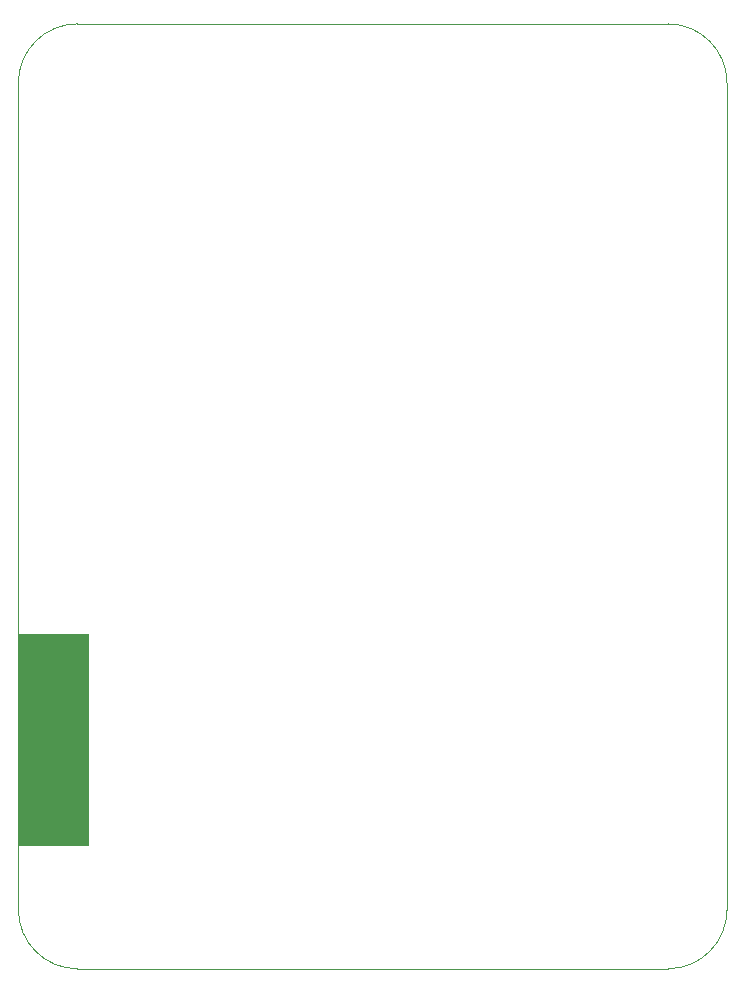
<source format=gbr>
%TF.GenerationSoftware,Altium Limited,Altium Designer,25.4.2 (15)*%
G04 Layer_Color=16711935*
%FSLAX45Y45*%
%MOMM*%
%TF.SameCoordinates,19D022B1-5E63-46E7-B1F0-11DBF932BF25*%
%TF.FilePolarity,Positive*%
%TF.FileFunction,Keep-out,Top*%
%TF.Part,Single*%
G01*
G75*
%TA.AperFunction,NonConductor*%
%ADD83C,0.10160*%
%ADD87C,0.10200*%
G36*
X600080Y1035480D02*
X80D01*
Y2835480D01*
X600080D01*
Y1035480D01*
D02*
G37*
D83*
X0Y500000D02*
G03*
X500000Y0I500000J0D01*
G01*
X5500000Y0D02*
G03*
X6000000Y500000I0J500000D01*
G01*
X6000000Y7500000D02*
G03*
X5500000Y8000000I-500000J0D01*
G01*
X500000Y8000000D02*
G03*
X0Y7500000I0J-500000D01*
G01*
X-2D02*
X-1Y500000D01*
X6000001Y7500000D02*
X6000002Y500000D01*
X500002Y7999998D02*
X5500002D01*
D87*
X500000Y0D02*
X5500000D01*
%TF.MD5,30dc35a3774d8b117674ade7bcba6851*%
M02*

</source>
